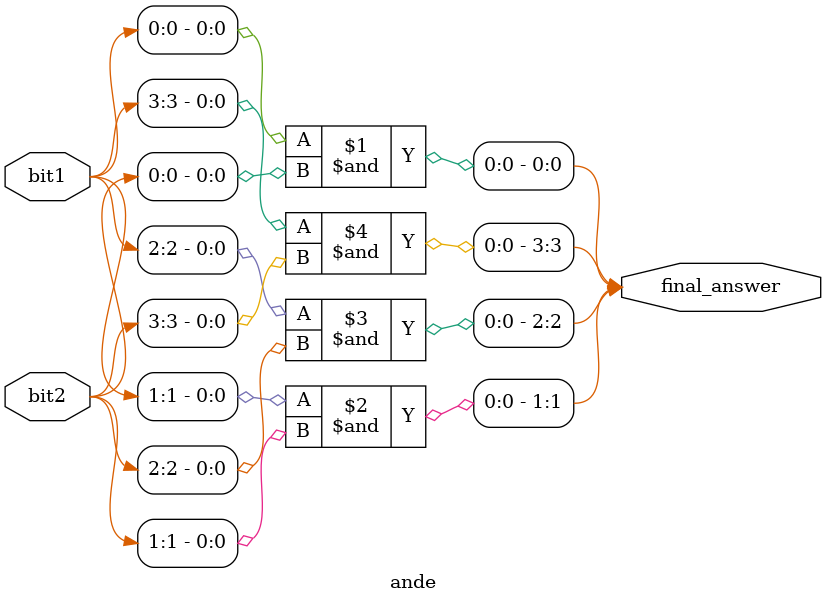
<source format=v>
module ande(
output wire [4:0]final_answer,
   input[3:0] bit1,
    input[3:0] bit2
);
  and(final_answer[0],bit1[0],bit2[0]);
  and(final_answer[1],bit1[1],bit2[1]);
  and(final_answer[2],bit1[2],bit2[2]);
  and(final_answer[3],bit1[3],bit2[3]);
endmodule
</source>
